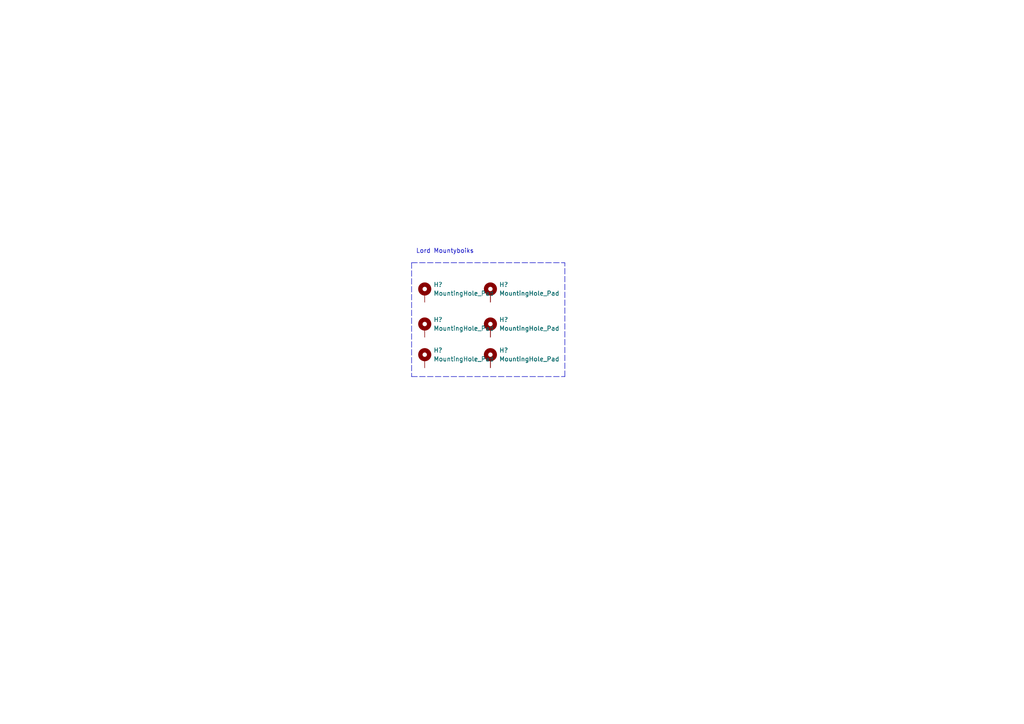
<source format=kicad_sch>
(kicad_sch (version 20211123) (generator eeschema)
  (paper "A4")
  (lib_symbols
    (symbol "Mechanical:MountingHole_Pad" (pin_numbers hide) (pin_names (offset 1.016) hide)
      (property "Reference" "H" (at 0 6.35 0))
      (property "Value" "MountingHole_Pad" (at 0 4.445 0))
      (symbol "MountingHole_Pad_0_1"
        (circle (center 0 1.27) (radius 1.27) (stroke (width 1.27)))
      )
      (symbol "MountingHole_Pad_1_1"
        (pin input line (at 0 -2.54 90) (length 2.54) (name "1") (number "1"))
      )
    )
  )
  (polyline (pts (xy 163.83 109.22) (xy 163.83 76.2)))
  (polyline (pts (xy 119.38 76.2) (xy 119.38 109.22)))
  (polyline (pts (xy 119.38 76.2) (xy 163.83 76.2)))
  (polyline (pts (xy 119.38 109.22) (xy 163.83 109.22)))
  (text "Lord Mountyboiks" (at 120.65 73.66 0) (effects (font (size 1.27 1.27)) (justify left bottom)))
  (symbol (lib_id "Mechanical:MountingHole_Pad") (at 142.24 104.14 0) (unit 1)
    (property "Reference" "H?" (at 144.78 101.5999 0) (effects (justify left)))
    (property "Value" "MountingHole_Pad" (at 144.78 104.1399 0) (effects (justify left)))
    (property "Footprint" "MountingHole:MountingHole_2.7mm_M2.5_ISO7380_Pad" (effects hide))
  )
  (symbol (lib_id "Mechanical:MountingHole_Pad") (at 142.24 85.09 0) (unit 1)
    (property "Reference" "H?" (at 144.78 82.5499 0) (effects (justify left)))
    (property "Value" "MountingHole_Pad" (at 144.78 85.0899 0) (effects (justify left)))
    (property "Footprint" "MountingHole:MountingHole_2.7mm_M2.5_ISO7380_Pad" (effects hide))
  )
  (symbol (lib_id "Mechanical:MountingHole_Pad") (at 123.19 85.09 0) (unit 1)
    (property "Reference" "H?" (at 125.73 82.5499 0) (effects (justify left)))
    (property "Value" "MountingHole_Pad" (at 125.73 85.0899 0) (effects (justify left)))
    (property "Footprint" "MountingHole:MountingHole_2.7mm_M2.5_ISO7380_Pad" (effects hide))
  )
  (symbol (lib_id "Mechanical:MountingHole_Pad") (at 123.19 104.14 0) (unit 1)
    (property "Reference" "H?" (at 125.73 101.5999 0) (effects (justify left)))
    (property "Value" "MountingHole_Pad" (at 125.73 104.1399 0) (effects (justify left)))
    (property "Footprint" "MountingHole:MountingHole_2.7mm_M2.5_ISO7380_Pad" (effects hide))
  )
  (symbol (lib_id "Mechanical:MountingHole_Pad") (at 123.19 95.25 0) (unit 1)
    (property "Reference" "H?" (at 125.73 92.7099 0) (effects (justify left)))
    (property "Value" "MountingHole_Pad" (at 125.73 95.2499 0) (effects (justify left)))
    (property "Footprint" "MountingHole:MountingHole_2.7mm_M2.5_ISO7380_Pad" (effects hide))
  )
  (symbol (lib_id "Mechanical:MountingHole_Pad") (at 142.24 95.25 0) (unit 1)
    (property "Reference" "H?" (at 144.78 92.7099 0) (effects (justify left)))
    (property "Value" "MountingHole_Pad" (at 144.78 95.2499 0) (effects (justify left)))
    (property "Footprint" "MountingHole:MountingHole_2.7mm_M2.5_ISO7380_Pad" (effects hide))
  )
)
</source>
